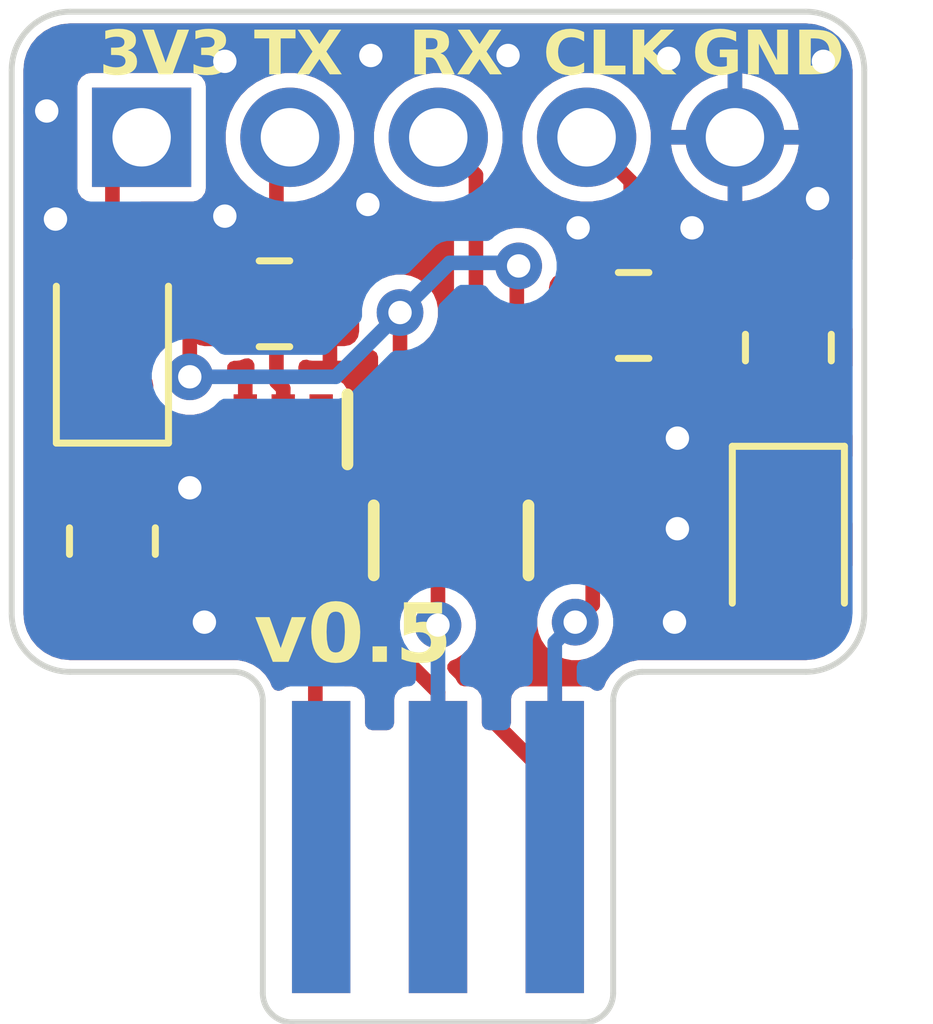
<source format=kicad_pcb>
(kicad_pcb (version 20241030) (generator "pcbnew") (generator_version "8.99")
  (layers (0 "F.Cu" signal) (2 "B.Cu" signal) (13 "F.Paste" user) (15 "B.Paste" user) (5 "F.SilkS" user "F.Silkscreen") (7 "B.SilkS" user "B.Silkscreen") (1 "F.Mask" user) (3 "B.Mask" user) (25 "Edge.Cuts" user) (39 "User.1" signal) (41 "User.2" signal) (43 "User.3" signal) (45 "User.4" signal) (47 "User.5" signal) (49 "User.6" signal) (51 "User.7" signal) (53 "User.8" signal) (55 "User.9" signal))
  (net 0 "")
  (net 1 "Net-(D1-K)")
  (net 2 "GND")
  (net 3 "+5V")
  (net 4 "+3V3")
  (net 7 "Net-(D2-K)")
  (net 9 "CLK_3V3")
  (net 10 "TX_3V3")
  (net 11 "RX_3V3")
  (net 12 "TX_5V")
  (net 13 "CLK_5V")
  (net 14 "RX_5V")
  (footprint "Capacitor_SMD:C_0805_2012Metric" (layer "F.Cu") (at 141.7 84.7)
    (property "Reference" "C2" (hide yes))
    (property "Value" "C")
    (fp_line (start -0.261252 -0.735) (end 0.261252 -0.735) (stroke (width 0.12)) (layer "F.SilkS"))
    (fp_line (start -0.261252 0.735) (end 0.261252 0.735) (stroke (width 0.12)) (layer "F.SilkS"))
    (pad "1" smd roundrect (at -0.95 0) (size 1 1.45) (layers "F.Cu" "F.Mask" "F.Paste") (net 4 "+3V3"))
    (pad "2" smd roundrect (at 0.95 0) (size 1 1.45) (layers "F.Cu" "F.Mask" "F.Paste") (net 2 "GND"))
  )
  (footprint "Resistor_SMD:R_0805_2012Metric" (layer "F.Cu") (at 138.925 88.7625 -90)
    (property "Reference" "R4" (hide yes))
    (property "Value" "R" (hide yes))
    (fp_line (start -0.227064 0.735) (end 0.227064 0.735) (stroke (width 0.12)) (layer "F.SilkS"))
    (fp_line (start -0.227064 -0.735) (end 0.227064 -0.735) (stroke (width 0.12)) (layer "F.SilkS"))
    (pad "1" smd roundrect (at -0.9125 0 270) (size 1.025 1.4) (layers "F.Cu" "F.Mask" "F.Paste") (roundrect_rratio 0.243902) (net 7 "Net-(D2-K)"))
    (pad "2" smd roundrect (at 0.9125 0 270) (size 1.025 1.4) (layers "F.Cu" "F.Mask" "F.Paste") (roundrect_rratio 0.243902) (net 2 "GND"))
  )
  (footprint "gb-link-socket:gb-link-socket" (layer "F.Cu") (at 144.5 94)
    (property "Reference" "GB1" (hide yes))
    (property "Value" "gb-link-socket" (hide yes))
    (pad "1" connect rect (at -2 0) (size 1 5) (layers "B.Cu" "B.Mask"))
    (pad "2" connect rect (at -2 0) (size 1 5) (layers "F.Cu" "F.Mask") (net 12 "TX_5V"))
    (pad "3" connect rect (at 0 0) (size 1 5) (layers "B.Cu" "B.Mask") (net 14 "RX_5V"))
    (pad "4" connect rect (at 0 0) (size 1 5) (layers "F.Cu" "F.Mask") (net 3 "+5V"))
    (pad "5" connect rect (at 2 0) (size 1 5) (layers "B.Cu" "B.Mask") (net 13 "CLK_5V"))
    (pad "6" connect rect (at 2 0) (size 1 5) (layers "F.Cu" "F.Mask") (net 2 "GND"))
  )
  (footprint "SN74LVC:SOT65P210X110-5N" (layer "F.Cu") (at 141.85 87.8 -90)
    (property "Reference" "U1" (hide yes))
    (property "Value" "SN74LVC1G17QDCKRQ1" (hide yes))
    (fp_line (start -1.55 -1.1) (end -0.35 -1.1) (stroke (width 0.2)) (layer "F.SilkS"))
    (pad "1" smd rect (at -0.95 -0.65) (size 0.4 1.2) (layers "F.Cu" "F.Mask" "F.Paste"))
    (pad "2" smd rect (at -0.95 0) (size 0.4 1.2) (layers "F.Cu" "F.Mask" "F.Paste") (net 10 "TX_3V3"))
    (pad "3" smd rect (at -0.95 0.65) (size 0.4 1.2) (layers "F.Cu" "F.Mask" "F.Paste") (net 2 "GND"))
    (pad "4" smd rect (at 0.95 0.65) (size 0.4 1.2) (layers "F.Cu" "F.Mask" "F.Paste") (net 12 "TX_5V"))
    (pad "5" smd rect (at 0.95 -0.65) (size 0.4 1.2) (layers "F.Cu" "F.Mask" "F.Paste") (net 3 "+5V"))
  )
  (footprint "LED_SMD:LED_0805_2012Metric" (layer "F.Cu") (at 150.5 88.825 -90)
    (property "Reference" "D1" (hide yes))
    (property "Value" "LED" (hide yes))
    (fp_line (start -1.685 0.96) (end 1 0.96) (stroke (width 0.12)) (layer "F.SilkS"))
    (fp_line (start -1.685 -0.96) (end -1.685 0.96) (stroke (width 0.12)) (layer "F.SilkS"))
    (fp_line (start 1 -0.96) (end -1.685 -0.96) (stroke (width 0.12)) (layer "F.SilkS"))
    (pad "1" smd roundrect (at -0.9375 0 270) (size 0.975 1.4) (layers "F.Cu" "F.Mask" "F.Paste") (net 1 "Net-(D1-K)"))
    (pad "2" smd roundrect (at 0.9375 0 270) (size 0.975 1.4) (layers "F.Cu" "F.Mask" "F.Paste") (net 3 "+5V"))
  )
  (footprint "SN74LVC:SOT65P210X110-5N" (layer "F.Cu") (at 144.5 87.8 90)
    (property "Reference" "U2" (hide yes))
    (property "Value" "SN74LVC1G17QDCKRQ1" (hide yes))
    (fp_line (start -1.55 -1.1) (end -0.35 -1.1) (stroke (width 0.2)) (layer "F.SilkS"))
    (pad "1" smd rect (at -0.95 -0.65 180) (size 0.4 1.2) (layers "F.Cu" "F.Mask" "F.Paste"))
    (pad "2" smd rect (at -0.95 0 180) (size 0.4 1.2) (layers "F.Cu" "F.Mask" "F.Paste") (net 14 "RX_5V"))
    (pad "3" smd rect (at -0.95 0.65 180) (size 0.4 1.2) (layers "F.Cu" "F.Mask" "F.Paste") (net 2 "GND"))
    (pad "4" smd rect (at 0.95 0.65 180) (size 0.4 1.2) (layers "F.Cu" "F.Mask" "F.Paste") (net 11 "RX_3V3"))
    (pad "5" smd rect (at 0.95 -0.65 180) (size 0.4 1.2) (layers "F.Cu" "F.Mask" "F.Paste") (net 4 "+3V3"))
  )
  (footprint "SN74LVC:SOT65P210X110-5N" (layer "F.Cu") (at 147.15 87.8 90)
    (property "Reference" "U3" (hide yes))
    (property "Value" "SN74LVC1G17QDCKRQ1" (hide yes))
    (fp_line (start -1.55 -1.1) (end -0.35 -1.1) (stroke (width 0.2)) (layer "F.SilkS"))
    (pad "1" smd rect (at -0.95 -0.65 180) (size 0.4 1.2) (layers "F.Cu" "F.Mask" "F.Paste"))
    (pad "2" smd rect (at -0.95 0 180) (size 0.4 1.2) (layers "F.Cu" "F.Mask" "F.Paste") (net 13 "CLK_5V"))
    (pad "3" smd rect (at -0.95 0.65 180) (size 0.4 1.2) (layers "F.Cu" "F.Mask" "F.Paste") (net 2 "GND"))
    (pad "4" smd rect (at 0.95 0.65 180) (size 0.4 1.2) (layers "F.Cu" "F.Mask" "F.Paste") (net 9 "CLK_3V3"))
    (pad "5" smd rect (at 0.95 -0.65 180) (size 0.4 1.2) (layers "F.Cu" "F.Mask" "F.Paste") (net 4 "+3V3"))
  )
  (footprint "Resistor_SMD:R_0805_2012Metric" (layer "F.Cu") (at 150.5 85.45 90)
    (property "Reference" "R3" (hide yes))
    (property "Value" "R")
    (fp_line (start -0.227064 -0.735) (end 0.227064 -0.735) (stroke (width 0.12)) (layer "F.SilkS"))
    (fp_line (start -0.227064 0.735) (end 0.227064 0.735) (stroke (width 0.12)) (layer "F.SilkS"))
    (pad "1" smd roundrect (at -0.9125 0 90) (size 1.025 1.4) (layers "F.Cu" "F.Mask" "F.Paste") (roundrect_rratio 0.243902) (net 1 "Net-(D1-K)"))
    (pad "2" smd roundrect (at 0.9125 0 90) (size 1.025 1.4) (layers "F.Cu" "F.Mask" "F.Paste") (roundrect_rratio 0.243902) (net 2 "GND"))
  )
  (footprint "Connector_PinHeader_2.54mm:PinHeader_1x05_P2.54mm_Vertical" (layer "F.Cu") (at 139.425 81.85 90)
    (property "Reference" "J1" (hide yes))
    (property "Value" "Conn_01x05" (hide yes))
    (pad "1" thru_hole rect (at 0 0 90) (size 1.7 1.7) (drill 1) (layers "*.Cu" "*.Mask") (net 4 "+3V3"))
    (pad "2" thru_hole oval (at 0 2.54 90) (size 1.7 1.7) (drill 1) (layers "*.Cu" "*.Mask") (net 10 "TX_3V3"))
    (pad "3" thru_hole oval (at 0 5.08 90) (size 1.7 1.7) (drill 1) (layers "*.Cu" "*.Mask") (net 11 "RX_3V3"))
    (pad "4" thru_hole oval (at 0 7.62 90) (size 1.7 1.7) (drill 1) (layers "*.Cu" "*.Mask") (net 9 "CLK_3V3"))
    (pad "5" thru_hole oval (at 0 10.16 90) (size 1.7 1.7) (drill 1) (layers "*.Cu" "*.Mask") (net 2 "GND"))
  )
  (footprint "Capacitor_SMD:C_0805_2012Metric" (layer "F.Cu") (at 147.85 84.9 180)
    (property "Reference" "C1" (hide yes))
    (property "Value" "C")
    (fp_line (start -0.261252 0.735) (end 0.261252 0.735) (stroke (width 0.12)) (layer "F.SilkS"))
    (fp_line (start -0.261252 -0.735) (end 0.261252 -0.735) (stroke (width 0.12)) (layer "F.SilkS"))
    (pad "1" smd roundrect (at -0.95 0 180) (size 1 1.45) (layers "F.Cu" "F.Mask" "F.Paste") (net 3 "+5V"))
    (pad "2" smd roundrect (at 0.95 0 180) (size 1 1.45) (layers "F.Cu" "F.Mask" "F.Paste") (net 2 "GND"))
  )
  (footprint "LED_SMD:LED_0805_2012Metric" (layer "F.Cu") (at 138.925 85.4 90)
    (property "Reference" "D2" (hide yes))
    (property "Value" "LED" (hide yes))
    (fp_line (start 1 -0.96) (end -1.685 -0.96) (stroke (width 0.12)) (layer "F.SilkS"))
    (fp_line (start -1.685 -0.96) (end -1.685 0.96) (stroke (width 0.12)) (layer "F.SilkS"))
    (fp_line (start -1.685 0.96) (end 1 0.96) (stroke (width 0.12)) (layer "F.SilkS"))
    (pad "1" smd roundrect (at -0.9375 0 90) (size 0.975 1.4) (layers "F.Cu" "F.Mask" "F.Paste") (net 7 "Net-(D2-K)"))
    (pad "2" smd roundrect (at 0.9375 0 90) (size 0.975 1.4) (layers "F.Cu" "F.Mask" "F.Paste") (net 4 "+3V3"))
  )
  (gr_arc (start 138.2 91) (mid 137.492893 90.707107) (end 137.2 90) (stroke (width 0.1)) (layer "Edge.Cuts"))
  (gr_line (start 138.2 79.7) (end 150.8 79.7) (stroke (width 0.1)) (layer "Edge.Cuts"))
  (gr_line (start 151.8 90) (end 151.8 80.7) (stroke (width 0.1)) (layer "Edge.Cuts"))
  (gr_arc (start 142 97) (mid 141.646447 96.853553) (end 141.5 96.5) (stroke (width 0.1)) (layer "Edge.Cuts"))
  (gr_line (start 142 97) (end 147 97) (stroke (width 0.1)) (layer "Edge.Cuts"))
  (gr_line (start 148 91) (end 150.8 91) (stroke (width 0.1)) (layer "Edge.Cuts"))
  (gr_line (start 137.2 90) (end 137.2 80.7) (stroke (width 0.1)) (layer "Edge.Cuts"))
  (gr_arc (start 141 91) (mid 141.353553 91.146447) (end 141.5 91.5) (stroke (width 0.1)) (layer "Edge.Cuts"))
  (gr_arc (start 151.8 90) (mid 151.507107 90.707107) (end 150.8 91) (stroke (width 0.1)) (layer "Edge.Cuts"))
  (gr_line (start 138.2 91) (end 141 91) (stroke (width 0.1)) (layer "Edge.Cuts"))
  (gr_arc (start 150.8 79.7) (mid 151.507107 79.992893) (end 151.8 80.7) (stroke (width 0.1)) (layer "Edge.Cuts"))
  (gr_line (start 147.5 96.5) (end 147.5 91.5) (stroke (width 0.1)) (layer "Edge.Cuts"))
  (gr_arc (start 147.5 96.5) (mid 147.353553 96.853553) (end 147 97) (stroke (width 0.1)) (layer "Edge.Cuts"))
  (gr_line (start 141.5 96.5) (end 141.5 91.5) (stroke (width 0.1)) (layer "Edge.Cuts"))
  (gr_arc (start 147.5 91.5) (mid 147.646447 91.146447) (end 148 91) (stroke (width 0.1)) (layer "Edge.Cuts"))
  (gr_arc (start 137.2 80.7) (mid 137.492893 79.992893) (end 138.2 79.7) (stroke (width 0.1)) (layer "Edge.Cuts"))
  (gr_text "v0.5" (at 141.35 91 0) (layer "F.SilkS") (effects (font (size 1 1) (thickness 0.25) (bold yes)) (justify left bottom)))
  (gr_text "CLK\n" (at 146.3 80.9 0) (layer "F.SilkS") (effects (font (size 0.75 0.75) (thickness 0.125) (bold yes)) (justify left bottom)))
  (gr_text "3V3" (at 138.7 80.9 0) (layer "F.SilkS") (effects (font (size 0.75 0.75) (thickness 0.125) (bold yes)) (justify left bottom)))
  (gr_text "GND" (at 148.85 80.9 0) (layer "F.SilkS") (effects (font (size 0.75 0.75) (thickness 0.125) (bold yes)) (justify left bottom)))
  (gr_text "RX" (at 144 80.9 0) (layer "F.SilkS") (effects (font (size 0.75 0.75) (thickness 0.125) (bold yes)) (justify left bottom)))
  (gr_text "TX" (at 141.35 80.9 0) (layer "F.SilkS") (effects (font (size 0.75 0.75) (thickness 0.125) (bold yes)) (justify left bottom)))
  (segment (start 150.5 86.8875) (end 150.5 86.3625) (width 0.25) (layer "F.Cu") (net 1))
  (segment (start 150.5 87.8875) (end 150.5 86.3625) (width 0.25) (layer "F.Cu") (net 1))
  (segment (start 150.5 86.3625) (end 150.55 86.4125) (width 0.25) (layer "F.Cu") (net 1))
  (segment (start 146.5 94) (end 146.5 91.6) (width 0.25) (layer "F.Cu") (net 2))
  (segment (start 146.5 92.9) (end 145.5 91.9) (width 0.25) (layer "F.Cu") (net 2))
  (segment (start 145.5 91.9) (end 145.5 91.5) (width 0.25) (layer "F.Cu") (net 2))
  (segment (start 146.5 94) (end 146.5 92.9) (width 0.25) (layer "F.Cu") (net 2))
  (via (at 137.8 81.4) (size 0.8) (drill 0.4) (layers "F.Cu" "B.Cu") (net 2))
  (via (at 143.3 83) (size 0.8) (drill 0.4) (layers "F.Cu" "B.Cu") (net 2))
  (via (at 148.55 90.15) (size 0.8) (drill 0.4) (layers "F.Cu" "B.Cu") (net 2))
  (via (at 140.85 80.55) (size 0.8) (drill 0.4) (layers "F.Cu" "B.Cu") (net 2))
  (via (at 148.6 88.55) (size 0.8) (drill 0.4) (layers "F.Cu" "B.Cu") (net 2))
  (via (at 145.7 80.45) (size 0.8) (drill 0.4) (layers "F.Cu" "B.Cu") (net 2))
  (via (at 140.85 83.2) (size 0.8) (drill 0.4) (layers "F.Cu" "B.Cu") (net 2))
  (via (at 151.1 80.55) (size 0.8) (drill 0.4) (layers "F.Cu" "B.Cu") (net 2))
  (via (at 140.25 87.85) (size 0.8) (drill 0.4) (layers "F.Cu" "B.Cu") (net 2))
  (via (at 143.35 80.45) (size 0.8) (drill 0.4) (layers "F.Cu" "B.Cu") (net 2))
  (via (at 148.85 83.4) (size 0.8) (drill 0.4) (layers "F.Cu" "B.Cu") (net 2))
  (via (at 146.9 83.4) (size 0.8) (drill 0.4) (layers "F.Cu" "B.Cu") (net 2))
  (via (at 148.6 87) (size 0.8) (drill 0.4) (layers "F.Cu" "B.Cu") (net 2))
  (via (at 137.95 83.25) (size 0.8) (drill 0.4) (layers "F.Cu" "B.Cu") (net 2))
  (via (at 148.45 80.5) (size 0.8) (drill 0.4) (layers "F.Cu" "B.Cu") (net 2))
  (via (at 151 82.9) (size 0.8) (drill 0.4) (layers "F.Cu" "B.Cu") (net 2))
  (via (at 140.5 90.15) (size 0.8) (drill 0.4) (layers "F.Cu" "B.Cu") (net 2))
  (segment (start 142.824 87.776) (end 149.1 87.776) (width 0.25) (layer "F.Cu") (net 3))
  (segment (start 142.5 88.75) (end 142.5 88.1) (width 0.25) (layer "F.Cu") (net 3))
  (segment (start 149.35 88.967823) (end 150.144677 89.7625) (width 0.25) (layer "F.Cu") (net 3))
  (segment (start 149.35 87.55) (end 149.35 87.75) (width 0.25) (layer "F.Cu") (net 3))
  (segment (start 149.124 87.776) (end 149.35 87.55) (width 0.25) (layer "F.Cu") (net 3))
  (segment (start 149.35 86.4) (end 149.35 87.55) (width 0.25) (layer "F.Cu") (net 3))
  (segment (start 148.8 84.9) (end 148.8 85.85) (width 0.25) (layer "F.Cu") (net 3))
  (segment (start 149.1 87.776) (end 149.124 87.776) (width 0.25) (layer "F.Cu") (net 3))
  (segment (start 144.5 94) (end 144.5 91.35) (width 0.25) (layer "F.Cu") (net 3))
  (segment (start 149.1 87.776) (end 149.324 87.776) (width 0.25) (layer "F.Cu") (net 3))
  (segment (start 149.324 87.776) (end 149.35 87.75) (width 0.25) (layer "F.Cu") (net 3))
  (segment (start 150.144677 89.7625) (end 150.5 89.7625) (width 0.25) (layer "F.Cu") (net 3))
  (segment (start 148.8 85.85) (end 149.35 86.4) (width 0.25) (layer "F.Cu") (net 3))
  (segment (start 149.126 87.776) (end 149.35 88) (width 0.25) (layer "F.Cu") (net 3))
  (segment (start 149.35 87.75) (end 149.35 88) (width 0.25) (layer "F.Cu") (net 3))
  (segment (start 149.1 87.776) (end 149.126 87.776) (width 0.25) (layer "F.Cu") (net 3))
  (segment (start 142.5 88.1) (end 142.824 87.776) (width 0.25) (layer "F.Cu") (net 3))
  (segment (start 142.5 89.35) (end 142.5 88.75) (width 0.25) (layer "F.Cu") (net 3))
  (segment (start 144.5 91.35) (end 142.5 89.35) (width 0.25) (layer "F.Cu") (net 3))
  (segment (start 149.35 88) (end 149.35 88.967823) (width 0.25) (layer "F.Cu") (net 3))
  (segment (start 145.881241 84.052445) (end 145.946959 84.052445) (width 0.25) (layer "F.Cu") (net 4))
  (segment (start 140.25 85.95) (end 140.25 85.2) (width 0.25) (layer "F.Cu") (net 4))
  (segment (start 145.946959 84.052445) (end 145.85 84.149404) (width 0.25) (layer "F.Cu") (net 4))
  (segment (start 146.55 86.8) (end 146.5 86.85) (width 0.25) (layer "F.Cu") (net 4))
  (segment (start 138.925 84.4625) (end 140.6875 84.4625) (width 0.25) (layer "F.Cu") (net 4))
  (segment (start 145.85 85.396514) (end 146.55 86.096514) (width 0.25) (layer "F.Cu") (net 4))
  (segment (start 140.25 85.2) (end 140.75 84.7) (width 0.25) (layer "F.Cu") (net 4))
  (segment (start 138.925 82.35) (end 138.925 84.4625) (width 0.25) (layer "F.Cu") (net 4))
  (segment (start 145.85 84.149404) (end 145.85 85.396514) (width 0.25) (layer "F.Cu") (net 4))
  (segment (start 140.6875 84.4625) (end 140.7 84.45) (width 0.25) (layer "F.Cu") (net 4))
  (segment (start 143.85 84.85) (end 143.85 86.85) (width 0.25) (layer "F.Cu") (net 4))
  (segment (start 146.55 86.096514) (end 146.55 86.8) (width 0.25) (layer "F.Cu") (net 4))
  (segment (start 139.425 81.85) (end 138.925 82.35) (width 0.25) (layer "F.Cu") (net 4))
  (via (at 140.25 85.95) (size 0.8) (drill 0.4) (layers "F.Cu" "B.Cu") (net 4))
  (via (at 143.85 84.85) (size 0.8) (drill 0.4) (layers "F.Cu" "B.Cu") (net 4))
  (via (at 145.881241 84.052445) (size 0.8) (drill 0.4) (layers "F.Cu" "B.Cu") (net 4))
  (segment (start 144.7 84) (end 143.85 84.85) (width 0.25) (layer "B.Cu") (net 4))
  (segment (start 145.881241 84.052445) (end 145.828796 84) (width 0.25) (layer "B.Cu") (net 4))
  (segment (start 142.75 85.95) (end 143.85 84.85) (width 0.25) (layer "B.Cu") (net 4))
  (segment (start 145.828796 84) (end 144.7 84) (width 0.25) (layer "B.Cu") (net 4))
  (segment (start 140.25 85.95) (end 142.75 85.95) (width 0.25) (layer "B.Cu") (net 4))
  (segment (start 138.925 87.85) (end 138.925 86.3375) (width 0.25) (layer "F.Cu") (net 7))
  (segment (start 147.8 82.605) (end 147.8 86.85) (width 0.25) (layer "F.Cu") (net 9))
  (segment (start 147.045 81.85) (end 147.8 82.605) (width 0.25) (layer "F.Cu") (net 9))
  (segment (start 141.965 81.85) (end 141.733005 82.081995) (width 0.25) (layer "F.Cu") (net 10))
  (segment (start 141.733005 86.033005) (end 141.85 86.15) (width 0.25) (layer "F.Cu") (net 10))
  (segment (start 141.85 86.15) (end 141.85 86.85) (width 0.25) (layer "F.Cu") (net 10))
  (segment (start 141.733005 82.081995) (end 141.733005 86.033005) (width 0.25) (layer "F.Cu") (net 10))
  (segment (start 144.505 81.85) (end 145.15 82.495) (width 0.25) (layer "F.Cu") (net 11))
  (segment (start 145.15 82.495) (end 145.15 86.85) (width 0.25) (layer "F.Cu") (net 11))
  (segment (start 142.4 90.55) (end 142.4 93.9) (width 0.25) (layer "F.Cu") (net 12))
  (segment (start 142.4 93.9) (end 142.5 94) (width 0.25) (layer "F.Cu") (net 12))
  (segment (start 141.2 89.35) (end 142.4 90.55) (width 0.25) (layer "F.Cu") (net 12))
  (segment (start 142.14 93.64) (end 142.5 94) (width 0.25) (layer "F.Cu") (net 12))
  (segment (start 141.2 88.75) (end 141.2 89.35) (width 0.25) (layer "F.Cu") (net 12))
  (segment (start 147.15 89.85) (end 146.85 90.15) (width 0.25) (layer "F.Cu") (net 13))
  (segment (start 147.15 88.75) (end 147.15 89.85) (width 0.25) (layer "F.Cu") (net 13))
  (via (at 146.85 90.15) (size 0.8) (drill 0.4) (layers "F.Cu" "B.Cu") (net 13))
  (segment (start 146.5 90.5) (end 146.5 94) (width 0.25) (layer "B.Cu") (net 13))
  (segment (start 146.85 90.15) (end 146.5 90.5) (width 0.25) (layer "B.Cu") (net 13))
  (segment (start 144.5 88.75) (end 144.5 90.2) (width 0.25) (layer "F.Cu") (net 14))
  (via (at 144.5 90.2) (size 0.8) (drill 0.4) (layers "F.Cu" "B.Cu") (net 14))
  (segment (start 144.5 90.2) (end 144.5 94) (width 0.25) (layer "B.Cu") (net 14))
  (zone (net 2) (net_name "GND") (layer "F.Cu") (connect_pads (clearance 0.25)) (min_thickness 0.25) (fill yes (thermal_gap 0.25) (thermal_bridge_width 0.25) (island_removal_mode 1) (island_area_min 10))
    (polygon (pts (xy 137 79.5) (xy 152 79.5) (xy 152 92) (xy 137 92)))
  )
  (zone (net 2) (net_name "GND") (layer "B.Cu") (priority 1) (connect_pads (clearance 0.25)) (min_thickness 0.25) (fill yes (thermal_gap 0.25) (thermal_bridge_width 0.25) (island_removal_mode 1) (island_area_min 10))
    (polygon (pts (xy 137 79.5) (xy 152 79.5) (xy 152 92) (xy 137 92)))
  )
)
</source>
